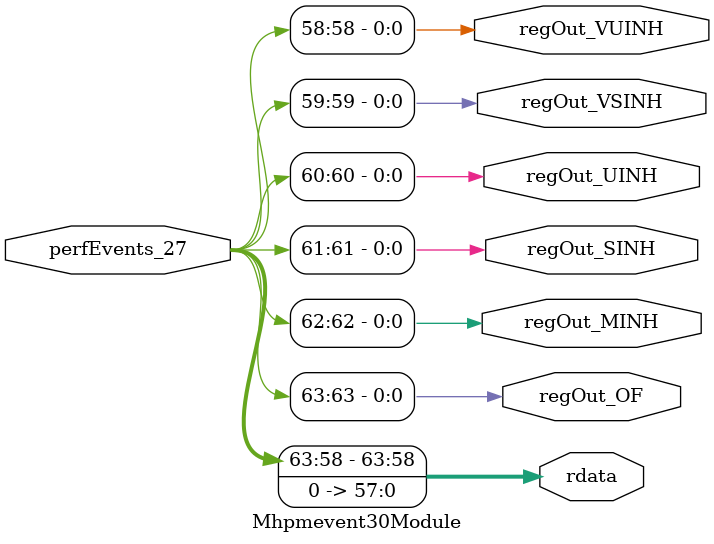
<source format=v>
`ifndef RANDOMIZE
  `ifdef RANDOMIZE_MEM_INIT
    `define RANDOMIZE
  `endif // RANDOMIZE_MEM_INIT
`endif // not def RANDOMIZE
`ifndef RANDOMIZE
  `ifdef RANDOMIZE_REG_INIT
    `define RANDOMIZE
  `endif // RANDOMIZE_REG_INIT
`endif // not def RANDOMIZE
`ifndef RANDOM
  `define RANDOM $random
`endif // not def RANDOM
// Users can define INIT_RANDOM as general code that gets injected into the
// initializer block for modules with registers.
`ifndef INIT_RANDOM
  `define INIT_RANDOM
`endif // not def INIT_RANDOM
// If using random initialization, you can also define RANDOMIZE_DELAY to
// customize the delay used, otherwise 0.002 is used.
`ifndef RANDOMIZE_DELAY
  `define RANDOMIZE_DELAY 0.002
`endif // not def RANDOMIZE_DELAY
// Define INIT_RANDOM_PROLOG_ for use in our modules below.
`ifndef INIT_RANDOM_PROLOG_
  `ifdef RANDOMIZE
    `ifdef VERILATOR
      `define INIT_RANDOM_PROLOG_ `INIT_RANDOM
    `else  // VERILATOR
      `define INIT_RANDOM_PROLOG_ `INIT_RANDOM #`RANDOMIZE_DELAY begin end
    `endif // VERILATOR
  `else  // RANDOMIZE
    `define INIT_RANDOM_PROLOG_
  `endif // RANDOMIZE
`endif // not def INIT_RANDOM_PROLOG_
// Include register initializers in init blocks unless synthesis is set
`ifndef SYNTHESIS
  `ifndef ENABLE_INITIAL_REG_
    `define ENABLE_INITIAL_REG_
  `endif // not def ENABLE_INITIAL_REG_
`endif // not def SYNTHESIS
// Include rmemory initializers in init blocks unless synthesis is set
`ifndef SYNTHESIS
  `ifndef ENABLE_INITIAL_MEM_
    `define ENABLE_INITIAL_MEM_
  `endif // not def ENABLE_INITIAL_MEM_
`endif // not def SYNTHESIS
module Mhpmevent30Module(
  output [63:0] rdata,
  output        regOut_OF,
  output        regOut_MINH,
  output        regOut_SINH,
  output        regOut_UINH,
  output        regOut_VSINH,
  output        regOut_VUINH,
  input  [63:0] perfEvents_27
);

  assign rdata = {perfEvents_27[63:58], 58'h0};
  assign regOut_OF = perfEvents_27[63];
  assign regOut_MINH = perfEvents_27[62];
  assign regOut_SINH = perfEvents_27[61];
  assign regOut_UINH = perfEvents_27[60];
  assign regOut_VSINH = perfEvents_27[59];
  assign regOut_VUINH = perfEvents_27[58];
endmodule


</source>
